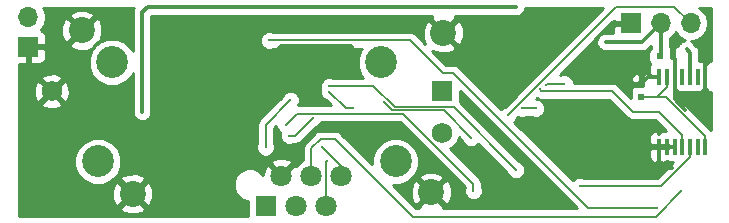
<source format=gbr>
G04 #@! TF.GenerationSoftware,KiCad,Pcbnew,5.0.2-bee76a0~70~ubuntu18.04.1*
G04 #@! TF.CreationDate,2019-02-02T17:17:24+01:00*
G04 #@! TF.ProjectId,roboy_sno,726f626f-795f-4736-9e6f-2e6b69636164,rev?*
G04 #@! TF.SameCoordinates,Original*
G04 #@! TF.FileFunction,Copper,L2,Bot*
G04 #@! TF.FilePolarity,Positive*
%FSLAX46Y46*%
G04 Gerber Fmt 4.6, Leading zero omitted, Abs format (unit mm)*
G04 Created by KiCad (PCBNEW 5.0.2-bee76a0~70~ubuntu18.04.1) date Sa 02 Feb 2019 17:17:24 CET*
%MOMM*%
%LPD*%
G01*
G04 APERTURE LIST*
G04 #@! TA.AperFunction,ComponentPad*
%ADD10R,1.750000X1.750000*%
G04 #@! TD*
G04 #@! TA.AperFunction,ComponentPad*
%ADD11C,1.750000*%
G04 #@! TD*
G04 #@! TA.AperFunction,ComponentPad*
%ADD12C,2.700000*%
G04 #@! TD*
G04 #@! TA.AperFunction,ComponentPad*
%ADD13O,1.700000X1.700000*%
G04 #@! TD*
G04 #@! TA.AperFunction,ComponentPad*
%ADD14R,1.700000X1.700000*%
G04 #@! TD*
G04 #@! TA.AperFunction,SMDPad,CuDef*
%ADD15R,0.500000X0.600000*%
G04 #@! TD*
G04 #@! TA.AperFunction,SMDPad,CuDef*
%ADD16R,0.600000X0.500000*%
G04 #@! TD*
G04 #@! TA.AperFunction,SMDPad,CuDef*
%ADD17R,0.450000X1.450000*%
G04 #@! TD*
G04 #@! TA.AperFunction,ComponentPad*
%ADD18C,1.800000*%
G04 #@! TD*
G04 #@! TA.AperFunction,ComponentPad*
%ADD19R,1.800000X1.800000*%
G04 #@! TD*
G04 #@! TA.AperFunction,ComponentPad*
%ADD20C,2.200000*%
G04 #@! TD*
G04 #@! TA.AperFunction,ViaPad*
%ADD21C,0.301000*%
G04 #@! TD*
G04 #@! TA.AperFunction,Conductor*
%ADD22C,0.300000*%
G04 #@! TD*
G04 #@! TA.AperFunction,Conductor*
%ADD23C,0.152400*%
G04 #@! TD*
G04 #@! TA.AperFunction,Conductor*
%ADD24C,0.254000*%
G04 #@! TD*
G04 APERTURE END LIST*
D10*
G04 #@! TO.P,RV1,1*
G04 #@! TO.N,3.3V*
X116500000Y-128750000D03*
D11*
G04 #@! TO.P,RV1,2*
G04 #@! TO.N,Net-(RV1-Pad2)*
X116500000Y-132250000D03*
G04 #@! TO.P,RV1,3*
G04 #@! TO.N,GND*
X83500000Y-128750000D03*
D12*
G04 #@! TO.P,RV1,MP*
G04 #@! TO.N,N/C*
X111400000Y-126300000D03*
X88600000Y-126300000D03*
X112600000Y-134700000D03*
X87400000Y-134700000D03*
G04 #@! TD*
D13*
G04 #@! TO.P,J5,2*
G04 #@! TO.N,VDD5V*
X81500000Y-122460000D03*
D14*
G04 #@! TO.P,J5,1*
G04 #@! TO.N,GND*
X81500000Y-125000000D03*
G04 #@! TD*
D15*
G04 #@! TO.P,C7,1*
G04 #@! TO.N,Net-(C7-Pad1)*
X133400000Y-129250000D03*
G04 #@! TO.P,C7,2*
G04 #@! TO.N,GND*
X133400000Y-128150000D03*
G04 #@! TD*
D16*
G04 #@! TO.P,C8,2*
G04 #@! TO.N,GND*
X136050000Y-125800000D03*
G04 #@! TO.P,C8,1*
G04 #@! TO.N,VDD5V*
X134950000Y-125800000D03*
G04 #@! TD*
D13*
G04 #@! TO.P,J2,3*
G04 #@! TO.N,PWM*
X137580000Y-123000000D03*
G04 #@! TO.P,J2,2*
G04 #@! TO.N,VDD5V*
X135040000Y-123000000D03*
D14*
G04 #@! TO.P,J2,1*
G04 #@! TO.N,GND*
X132500000Y-123000000D03*
G04 #@! TD*
D17*
G04 #@! TO.P,U4,1*
G04 #@! TO.N,GND*
X134930000Y-127540000D03*
G04 #@! TO.P,U4,2*
G04 #@! TO.N,Net-(C7-Pad1)*
X135580000Y-127540000D03*
G04 #@! TO.P,U4,3*
G04 #@! TO.N,GND*
X136230000Y-127540000D03*
G04 #@! TO.P,U4,4*
G04 #@! TO.N,Net-(U4-Pad4)*
X136880000Y-127540000D03*
G04 #@! TO.P,U4,5*
G04 #@! TO.N,VDD5V*
X137530000Y-127540000D03*
G04 #@! TO.P,U4,6*
G04 #@! TO.N,Net-(U4-Pad6)*
X138180000Y-127540000D03*
G04 #@! TO.P,U4,7*
G04 #@! TO.N,GND*
X138830000Y-127540000D03*
G04 #@! TO.P,U4,8*
G04 #@! TO.N,Net-(C7-Pad1)*
X138830000Y-133440000D03*
G04 #@! TO.P,U4,9*
G04 #@! TO.N,Net-(U4-Pad9)*
X138180000Y-133440000D03*
G04 #@! TO.P,U4,10*
G04 #@! TO.N,SDA*
X137530000Y-133440000D03*
G04 #@! TO.P,U4,11*
G04 #@! TO.N,SCL*
X136880000Y-133440000D03*
G04 #@! TO.P,U4,12*
G04 #@! TO.N,GND*
X136230000Y-133440000D03*
G04 #@! TO.P,U4,13*
X135580000Y-133440000D03*
G04 #@! TO.P,U4,14*
X134930000Y-133440000D03*
G04 #@! TD*
D18*
G04 #@! TO.P,J3,6*
G04 #@! TO.N,RTS*
X108020000Y-135920000D03*
G04 #@! TO.P,J3,5*
G04 #@! TO.N,DTR*
X106750000Y-138460000D03*
D19*
G04 #@! TO.P,J3,1*
G04 #@! TO.N,VDD5V*
X101670000Y-138460000D03*
D18*
G04 #@! TO.P,J3,2*
G04 #@! TO.N,GND*
X102940000Y-135920000D03*
G04 #@! TO.P,J3,3*
G04 #@! TO.N,TXD*
X104210000Y-138460000D03*
G04 #@! TO.P,J3,4*
G04 #@! TO.N,RXD*
X105480000Y-135920000D03*
G04 #@! TD*
D20*
G04 #@! TO.P,REF\002A\002A,1*
G04 #@! TO.N,GND*
X86040000Y-123600000D03*
G04 #@! TD*
G04 #@! TO.P,REF\002A\002A,1*
G04 #@! TO.N,GND*
X116640000Y-123800000D03*
G04 #@! TD*
G04 #@! TO.P,REF\002A\002A,1*
G04 #@! TO.N,GND*
X115620000Y-137310000D03*
G04 #@! TD*
G04 #@! TO.P,REF\002A\002A,1*
G04 #@! TO.N,GND*
X90330000Y-137440000D03*
G04 #@! TD*
D21*
G04 #@! TO.N,GND*
X105400000Y-124900000D03*
X108900000Y-125000000D03*
X102400000Y-125400000D03*
X99000000Y-124600000D03*
X134700000Y-134900000D03*
X122300000Y-138600000D03*
X124800000Y-135600000D03*
X136018065Y-135218065D03*
X138600000Y-125600000D03*
X137101765Y-130298235D03*
G04 #@! TO.N,VDD5V*
X91150000Y-130500000D03*
X137240000Y-125200000D03*
X130400000Y-124600000D03*
X122800000Y-121600000D03*
G04 #@! TO.N,GPIO0*
X103300000Y-131600000D03*
X119200000Y-137200000D03*
G04 #@! TO.N,RTS*
X101600000Y-133500000D03*
X103700000Y-129500000D03*
X106350000Y-133500000D03*
G04 #@! TO.N,Net-(Q1-Pad2)*
X103600000Y-132500000D03*
X105600000Y-131000000D03*
G04 #@! TO.N,RESET*
X106979751Y-128779751D03*
X109000000Y-130200000D03*
G04 #@! TO.N,DTR*
X106770000Y-134640000D03*
G04 #@! TO.N,Net-(RV1-Pad2)*
X123300000Y-130200000D03*
X124500000Y-130200000D03*
G04 #@! TO.N,PWM*
X122100000Y-130800000D03*
G04 #@! TO.N,SCL*
X124800000Y-128600000D03*
G04 #@! TO.N,SDA*
X128200000Y-136800000D03*
G04 #@! TO.N,RXD*
X136800000Y-137200000D03*
G04 #@! TO.N,ID0*
X101900000Y-124452900D03*
X134700000Y-138600000D03*
G04 #@! TO.N,ID1*
X107000000Y-128300000D03*
X122800000Y-135400000D03*
G04 #@! TO.N,ID2*
X125300000Y-128200000D03*
X126900000Y-128100000D03*
G04 #@! TO.N,ID3*
X111600000Y-129700000D03*
X119000000Y-132700000D03*
G04 #@! TD*
D22*
G04 #@! TO.N,GND*
X136230000Y-125980000D02*
X136230000Y-127540000D01*
X136050000Y-125800000D02*
X136230000Y-125980000D01*
X135580000Y-133440000D02*
X136230000Y-133440000D01*
X134010000Y-127540000D02*
X133400000Y-128150000D01*
X134930000Y-127540000D02*
X134010000Y-127540000D01*
X138830000Y-128565000D02*
X138495000Y-128900000D01*
X138830000Y-127540000D02*
X138830000Y-128565000D01*
X136230000Y-128565000D02*
X136230000Y-127540000D01*
X136565000Y-128900000D02*
X136230000Y-128565000D01*
X138495000Y-128900000D02*
X136565000Y-128900000D01*
X105400000Y-124900000D02*
X108800000Y-124900000D01*
X108800000Y-124900000D02*
X108900000Y-125000000D01*
X102900000Y-124900000D02*
X105400000Y-124900000D01*
X102400000Y-125400000D02*
X102900000Y-124900000D01*
X99800000Y-125400000D02*
X102400000Y-125400000D01*
X99000000Y-124600000D02*
X99800000Y-125400000D01*
X134930000Y-133440000D02*
X134930000Y-134670000D01*
X134930000Y-134670000D02*
X134700000Y-134900000D01*
X122300000Y-138600000D02*
X122600000Y-138600000D01*
X122600000Y-138600000D02*
X124800000Y-136400000D01*
X124800000Y-136400000D02*
X124800000Y-135600000D01*
X135018065Y-135218065D02*
X134700000Y-134900000D01*
X136018065Y-135218065D02*
X135018065Y-135218065D01*
X138830000Y-127540000D02*
X138830000Y-125830000D01*
X138830000Y-125830000D02*
X138600000Y-125600000D01*
X136230000Y-127540000D02*
X136230000Y-129426470D01*
X136230000Y-129426470D02*
X137101765Y-130298235D01*
X132500000Y-123000000D02*
X131350000Y-123000000D01*
X131350000Y-123000000D02*
X130900000Y-123000000D01*
X130900000Y-123000000D02*
X129600000Y-124300000D01*
G04 #@! TO.N,VDD5V*
X137530000Y-125490000D02*
X137530000Y-127540000D01*
X137240000Y-125200000D02*
X137530000Y-125490000D01*
X135040000Y-125710000D02*
X134950000Y-125800000D01*
X135040000Y-123000000D02*
X135040000Y-125710000D01*
X133440000Y-124600000D02*
X135040000Y-123000000D01*
X130400000Y-124600000D02*
X133440000Y-124600000D01*
X91150000Y-130500000D02*
X91150000Y-122050000D01*
X91150000Y-122050000D02*
X91600000Y-121600000D01*
X91600000Y-121600000D02*
X122800000Y-121600000D01*
D23*
G04 #@! TO.N,GPIO0*
X104246701Y-130653299D02*
X113253299Y-130653299D01*
X103300000Y-131600000D02*
X104246701Y-130653299D01*
X119200000Y-136600000D02*
X119200000Y-137200000D01*
X113253299Y-130653299D02*
X119200000Y-136600000D01*
G04 #@! TO.N,RTS*
X108310000Y-135460000D02*
X106350000Y-133500000D01*
X101600000Y-131600000D02*
X101600000Y-133500000D01*
X103700000Y-129500000D02*
X101600000Y-131600000D01*
G04 #@! TO.N,Net-(Q1-Pad2)*
X104100000Y-132500000D02*
X105600000Y-131000000D01*
X103600000Y-132500000D02*
X104100000Y-132500000D01*
G04 #@! TO.N,RESET*
X106979751Y-128779751D02*
X108400000Y-130200000D01*
X108400000Y-130200000D02*
X109000000Y-130200000D01*
G04 #@! TO.N,DTR*
X106750000Y-138460000D02*
X106750000Y-134660000D01*
X106750000Y-134660000D02*
X106770000Y-134640000D01*
G04 #@! TO.N,Net-(RV1-Pad2)*
X123300000Y-130200000D02*
X124500000Y-130200000D01*
G04 #@! TO.N,PWM*
X136180000Y-121600000D02*
X137580000Y-123000000D01*
X122100000Y-130800000D02*
X131300000Y-121600000D01*
X131300000Y-121600000D02*
X136180000Y-121600000D01*
G04 #@! TO.N,Net-(C7-Pad1)*
X135580000Y-128417400D02*
X135580000Y-127540000D01*
X134747400Y-129250000D02*
X135580000Y-128417400D01*
X133400000Y-129250000D02*
X134747400Y-129250000D01*
X138830000Y-132562600D02*
X138830000Y-133440000D01*
X135517400Y-129250000D02*
X138830000Y-132562600D01*
X134747400Y-129250000D02*
X135517400Y-129250000D01*
G04 #@! TO.N,SCL*
X124950499Y-128750499D02*
X130950499Y-128750499D01*
X124800000Y-128600000D02*
X124950499Y-128750499D01*
X130950499Y-128750499D02*
X132700000Y-130500000D01*
X132700000Y-130500000D02*
X134900000Y-130500000D01*
X136880000Y-132480000D02*
X136880000Y-133440000D01*
X134900000Y-130500000D02*
X136880000Y-132480000D01*
G04 #@! TO.N,SDA*
X137530000Y-133440000D02*
X137530000Y-134317400D01*
X135047400Y-136800000D02*
X128200000Y-136800000D01*
X137530000Y-134317400D02*
X135047400Y-136800000D01*
G04 #@! TO.N,RXD*
X114050000Y-139380000D02*
X134620000Y-139380000D01*
X134620000Y-139380000D02*
X136800000Y-137200000D01*
X105480000Y-135920000D02*
X105480000Y-133570000D01*
X105480000Y-133570000D02*
X106260000Y-132790000D01*
X106260000Y-132790000D02*
X107460000Y-132790000D01*
X107460000Y-132790000D02*
X114050000Y-139380000D01*
G04 #@! TO.N,ID0*
X101900000Y-124452900D02*
X113852900Y-124452900D01*
X113852900Y-124452900D02*
X116600000Y-127200000D01*
X116600000Y-127200000D02*
X117111482Y-127200000D01*
X117111482Y-127200000D02*
X117500000Y-127200000D01*
X117500000Y-127200000D02*
X128900000Y-138600000D01*
X128900000Y-138600000D02*
X134700000Y-138600000D01*
G04 #@! TO.N,ID1*
X117508479Y-130108479D02*
X122800000Y-135400000D01*
X112521597Y-130108479D02*
X117508479Y-130108479D01*
X107000000Y-128300000D02*
X110713118Y-128300000D01*
X110713118Y-128300000D02*
X112521597Y-130108479D01*
G04 #@! TO.N,ID2*
X125400000Y-128100000D02*
X125300000Y-128200000D01*
X126900000Y-128100000D02*
X125400000Y-128100000D01*
G04 #@! TO.N,ID3*
X116680889Y-130380889D02*
X119000000Y-132700000D01*
X111600000Y-129700000D02*
X112280889Y-130380889D01*
X112280889Y-130380889D02*
X116680889Y-130380889D01*
G04 #@! TD*
D24*
G04 #@! TO.N,GND*
G36*
X90410546Y-121743709D02*
X90349622Y-122050000D01*
X90365001Y-122127317D01*
X90365001Y-125374035D01*
X90282801Y-125175588D01*
X89724412Y-124617199D01*
X88994841Y-124315000D01*
X88205159Y-124315000D01*
X87475588Y-124617199D01*
X87356198Y-124736590D01*
X87264870Y-124645262D01*
X87542099Y-124534359D01*
X87785323Y-123888407D01*
X87762836Y-123198547D01*
X87542099Y-122665641D01*
X87264868Y-122554737D01*
X86219605Y-123600000D01*
X86233748Y-123614143D01*
X86054143Y-123793748D01*
X86040000Y-123779605D01*
X84994737Y-124824868D01*
X85105641Y-125102099D01*
X85751593Y-125345323D01*
X86441453Y-125322836D01*
X86974359Y-125102099D01*
X87085262Y-124824870D01*
X87176590Y-124916198D01*
X86917199Y-125175588D01*
X86615000Y-125905159D01*
X86615000Y-126694841D01*
X86917199Y-127424412D01*
X87475588Y-127982801D01*
X88205159Y-128285000D01*
X88994841Y-128285000D01*
X89724412Y-127982801D01*
X90282801Y-127424412D01*
X90365000Y-127225966D01*
X90365000Y-130342547D01*
X90364500Y-130343754D01*
X90364500Y-130656246D01*
X90395667Y-130731491D01*
X90410546Y-130806291D01*
X90452917Y-130869703D01*
X90484085Y-130944950D01*
X90541677Y-131002542D01*
X90584047Y-131065953D01*
X90647458Y-131108323D01*
X90705050Y-131165915D01*
X90780295Y-131197082D01*
X90843708Y-131239454D01*
X90918510Y-131254333D01*
X90993754Y-131285500D01*
X91075198Y-131285500D01*
X91150000Y-131300379D01*
X91224802Y-131285500D01*
X91306246Y-131285500D01*
X91381491Y-131254333D01*
X91456291Y-131239454D01*
X91519703Y-131197083D01*
X91594950Y-131165915D01*
X91652542Y-131108323D01*
X91715953Y-131065953D01*
X91758323Y-131002542D01*
X91815915Y-130944950D01*
X91847082Y-130869705D01*
X91889454Y-130806292D01*
X91904333Y-130731490D01*
X91935500Y-130656246D01*
X91935500Y-130343754D01*
X91935000Y-130342547D01*
X91935000Y-122385000D01*
X115670798Y-122385000D01*
X115594737Y-122575132D01*
X116640000Y-123620395D01*
X117685263Y-122575132D01*
X117609202Y-122385000D01*
X122642547Y-122385000D01*
X122643754Y-122385500D01*
X122956246Y-122385500D01*
X123031490Y-122354333D01*
X123106292Y-122339454D01*
X123169705Y-122297082D01*
X123244950Y-122265915D01*
X123302542Y-122208323D01*
X123365953Y-122165953D01*
X123408323Y-122102542D01*
X123465915Y-122044950D01*
X123497082Y-121969705D01*
X123539454Y-121906292D01*
X123554333Y-121831490D01*
X123585500Y-121756246D01*
X123585500Y-121710000D01*
X130184211Y-121710000D01*
X121834427Y-130059784D01*
X121655050Y-130134085D01*
X121547462Y-130241673D01*
X118052423Y-126746635D01*
X118012746Y-126687254D01*
X117777496Y-126530064D01*
X117570046Y-126488800D01*
X117570041Y-126488800D01*
X117500000Y-126474868D01*
X117429959Y-126488800D01*
X116894589Y-126488800D01*
X115709244Y-125303456D01*
X116351593Y-125545323D01*
X117041453Y-125522836D01*
X117574359Y-125302099D01*
X117685263Y-125024868D01*
X116640000Y-123979605D01*
X116625858Y-123993748D01*
X116446253Y-123814143D01*
X116460395Y-123800000D01*
X116819605Y-123800000D01*
X117864868Y-124845263D01*
X118142099Y-124734359D01*
X118385323Y-124088407D01*
X118362836Y-123398547D01*
X118142099Y-122865641D01*
X117864868Y-122754737D01*
X116819605Y-123800000D01*
X116460395Y-123800000D01*
X115415132Y-122754737D01*
X115137901Y-122865641D01*
X114894677Y-123511593D01*
X114917164Y-124201453D01*
X115136313Y-124730524D01*
X114405324Y-123999536D01*
X114365646Y-123940154D01*
X114130396Y-123782964D01*
X113922946Y-123741700D01*
X113922941Y-123741700D01*
X113852900Y-123727768D01*
X113782859Y-123741700D01*
X102235622Y-123741700D01*
X102056246Y-123667400D01*
X101743754Y-123667400D01*
X101455050Y-123786985D01*
X101234085Y-124007950D01*
X101114500Y-124296654D01*
X101114500Y-124609146D01*
X101234085Y-124897850D01*
X101455050Y-125118815D01*
X101743754Y-125238400D01*
X102056246Y-125238400D01*
X102235622Y-125164100D01*
X109728687Y-125164100D01*
X109717199Y-125175588D01*
X109415000Y-125905159D01*
X109415000Y-126694841D01*
X109717199Y-127424412D01*
X109881587Y-127588800D01*
X107335622Y-127588800D01*
X107156246Y-127514500D01*
X106843754Y-127514500D01*
X106555050Y-127634085D01*
X106334085Y-127855050D01*
X106214500Y-128143754D01*
X106214500Y-128456246D01*
X106239016Y-128515433D01*
X106194251Y-128623505D01*
X106194251Y-128935997D01*
X106313836Y-129224701D01*
X106534801Y-129445666D01*
X106714178Y-129519966D01*
X107136311Y-129942099D01*
X104367096Y-129942099D01*
X104485500Y-129656246D01*
X104485500Y-129343754D01*
X104365915Y-129055050D01*
X104144950Y-128834085D01*
X103856246Y-128714500D01*
X103543754Y-128714500D01*
X103255050Y-128834085D01*
X103034085Y-129055050D01*
X102959785Y-129234426D01*
X101146634Y-131047578D01*
X101087254Y-131087255D01*
X101047578Y-131146634D01*
X101047576Y-131146636D01*
X101004436Y-131211200D01*
X100930064Y-131322505D01*
X100888800Y-131529955D01*
X100888800Y-131529959D01*
X100874868Y-131600000D01*
X100888800Y-131670042D01*
X100888801Y-133164376D01*
X100814500Y-133343754D01*
X100814500Y-133656246D01*
X100934085Y-133944950D01*
X101155050Y-134165915D01*
X101443754Y-134285500D01*
X101756246Y-134285500D01*
X102044950Y-134165915D01*
X102265915Y-133944950D01*
X102385500Y-133656246D01*
X102385500Y-133343754D01*
X102311200Y-133164378D01*
X102311200Y-131894588D01*
X102514500Y-131691288D01*
X102514500Y-131756246D01*
X102634085Y-132044950D01*
X102849175Y-132260040D01*
X102814500Y-132343754D01*
X102814500Y-132656246D01*
X102934085Y-132944950D01*
X103155050Y-133165915D01*
X103443754Y-133285500D01*
X103756246Y-133285500D01*
X103935622Y-133211200D01*
X104029959Y-133211200D01*
X104100000Y-133225132D01*
X104170041Y-133211200D01*
X104170046Y-133211200D01*
X104377496Y-133169936D01*
X104612746Y-133012746D01*
X104652424Y-132953364D01*
X105865574Y-131740215D01*
X106044950Y-131665915D01*
X106265915Y-131444950D01*
X106299239Y-131364499D01*
X112958711Y-131364499D01*
X118479951Y-136885740D01*
X118414500Y-137043754D01*
X118414500Y-137356246D01*
X118534085Y-137644950D01*
X118755050Y-137865915D01*
X119043754Y-137985500D01*
X119356246Y-137985500D01*
X119644950Y-137865915D01*
X119865915Y-137644950D01*
X119985500Y-137356246D01*
X119985500Y-137043754D01*
X119911200Y-136864378D01*
X119911200Y-136670041D01*
X119925132Y-136599999D01*
X119911200Y-136529955D01*
X119911200Y-136529954D01*
X119869936Y-136322504D01*
X119869935Y-136322502D01*
X119752424Y-136146635D01*
X119752420Y-136146631D01*
X119712745Y-136087254D01*
X119653369Y-136047580D01*
X117200178Y-133594389D01*
X117355346Y-133530116D01*
X117780116Y-133105346D01*
X117961546Y-132667335D01*
X118259785Y-132965574D01*
X118334085Y-133144950D01*
X118555050Y-133365915D01*
X118843754Y-133485500D01*
X119156246Y-133485500D01*
X119444950Y-133365915D01*
X119602538Y-133208327D01*
X122059785Y-135665574D01*
X122134085Y-135844950D01*
X122355050Y-136065915D01*
X122643754Y-136185500D01*
X122956246Y-136185500D01*
X123244950Y-136065915D01*
X123465915Y-135844950D01*
X123585500Y-135556246D01*
X123585500Y-135243754D01*
X123465915Y-134955050D01*
X123244950Y-134734085D01*
X123065574Y-134659785D01*
X118060902Y-129655114D01*
X118022440Y-129597551D01*
X118022440Y-128728228D01*
X127963011Y-138668800D01*
X116611685Y-138668800D01*
X116665263Y-138534868D01*
X115620000Y-137489605D01*
X114574737Y-138534868D01*
X114628315Y-138668800D01*
X114344589Y-138668800D01*
X112697382Y-137021593D01*
X113874677Y-137021593D01*
X113897164Y-137711453D01*
X114117901Y-138244359D01*
X114395132Y-138355263D01*
X115440395Y-137310000D01*
X115799605Y-137310000D01*
X116844868Y-138355263D01*
X117122099Y-138244359D01*
X117365323Y-137598407D01*
X117342836Y-136908547D01*
X117122099Y-136375641D01*
X116844868Y-136264737D01*
X115799605Y-137310000D01*
X115440395Y-137310000D01*
X114395132Y-136264737D01*
X114117901Y-136375641D01*
X113874677Y-137021593D01*
X112697382Y-137021593D01*
X112360789Y-136685000D01*
X112994841Y-136685000D01*
X113724412Y-136382801D01*
X114022081Y-136085132D01*
X114574737Y-136085132D01*
X115620000Y-137130395D01*
X116665263Y-136085132D01*
X116554359Y-135807901D01*
X115908407Y-135564677D01*
X115218547Y-135587164D01*
X114685641Y-135807901D01*
X114574737Y-136085132D01*
X114022081Y-136085132D01*
X114282801Y-135824412D01*
X114585000Y-135094841D01*
X114585000Y-134305159D01*
X114282801Y-133575588D01*
X113724412Y-133017199D01*
X112994841Y-132715000D01*
X112205159Y-132715000D01*
X111475588Y-133017199D01*
X110917199Y-133575588D01*
X110615000Y-134305159D01*
X110615000Y-134939212D01*
X108012424Y-132336636D01*
X107972746Y-132277254D01*
X107737496Y-132120064D01*
X107530046Y-132078800D01*
X107530041Y-132078800D01*
X107460000Y-132064868D01*
X107389959Y-132078800D01*
X106330042Y-132078800D01*
X106260000Y-132064868D01*
X106189958Y-132078800D01*
X106189954Y-132078800D01*
X105982504Y-132120064D01*
X105982502Y-132120065D01*
X105982503Y-132120065D01*
X105806635Y-132237576D01*
X105806633Y-132237578D01*
X105747254Y-132277254D01*
X105707578Y-132336633D01*
X105026634Y-133017578D01*
X104967255Y-133057254D01*
X104927579Y-133116633D01*
X104927576Y-133116636D01*
X104810065Y-133292504D01*
X104754868Y-133570000D01*
X104768801Y-133640046D01*
X104768801Y-134553117D01*
X104610493Y-134618690D01*
X104178690Y-135050493D01*
X104170562Y-135070115D01*
X104020159Y-135019446D01*
X103119605Y-135920000D01*
X103133748Y-135934143D01*
X102954143Y-136113748D01*
X102940000Y-136099605D01*
X102925858Y-136113748D01*
X102746253Y-135934143D01*
X102760395Y-135920000D01*
X101859841Y-135019446D01*
X101603357Y-135105852D01*
X101393542Y-135679336D01*
X101399917Y-135831160D01*
X101054568Y-135485811D01*
X100545504Y-135274950D01*
X99994496Y-135274950D01*
X99485432Y-135485811D01*
X99095811Y-135875432D01*
X98884950Y-136384496D01*
X98884950Y-136935504D01*
X99095811Y-137444568D01*
X99485432Y-137834189D01*
X99994496Y-138045050D01*
X100122560Y-138045050D01*
X100122560Y-139290000D01*
X80710000Y-139290000D01*
X80710000Y-138664868D01*
X89284737Y-138664868D01*
X89395641Y-138942099D01*
X90041593Y-139185323D01*
X90731453Y-139162836D01*
X91264359Y-138942099D01*
X91375263Y-138664868D01*
X90330000Y-137619605D01*
X89284737Y-138664868D01*
X80710000Y-138664868D01*
X80710000Y-137151593D01*
X88584677Y-137151593D01*
X88607164Y-137841453D01*
X88827901Y-138374359D01*
X89105132Y-138485263D01*
X90150395Y-137440000D01*
X90509605Y-137440000D01*
X91554868Y-138485263D01*
X91832099Y-138374359D01*
X92075323Y-137728407D01*
X92052836Y-137038547D01*
X91832099Y-136505641D01*
X91554868Y-136394737D01*
X90509605Y-137440000D01*
X90150395Y-137440000D01*
X89105132Y-136394737D01*
X88827901Y-136505641D01*
X88584677Y-137151593D01*
X80710000Y-137151593D01*
X80710000Y-134305159D01*
X85415000Y-134305159D01*
X85415000Y-135094841D01*
X85717199Y-135824412D01*
X86275588Y-136382801D01*
X87005159Y-136685000D01*
X87794841Y-136685000D01*
X88524412Y-136382801D01*
X88692081Y-136215132D01*
X89284737Y-136215132D01*
X90330000Y-137260395D01*
X91375263Y-136215132D01*
X91264359Y-135937901D01*
X90618407Y-135694677D01*
X89928547Y-135717164D01*
X89395641Y-135937901D01*
X89284737Y-136215132D01*
X88692081Y-136215132D01*
X89082801Y-135824412D01*
X89385000Y-135094841D01*
X89385000Y-134839841D01*
X102039446Y-134839841D01*
X102940000Y-135740395D01*
X103840554Y-134839841D01*
X103754148Y-134583357D01*
X103180664Y-134373542D01*
X102570540Y-134399161D01*
X102125852Y-134583357D01*
X102039446Y-134839841D01*
X89385000Y-134839841D01*
X89385000Y-134305159D01*
X89082801Y-133575588D01*
X88524412Y-133017199D01*
X87794841Y-132715000D01*
X87005159Y-132715000D01*
X86275588Y-133017199D01*
X85717199Y-133575588D01*
X85415000Y-134305159D01*
X80710000Y-134305159D01*
X80710000Y-129812060D01*
X82617545Y-129812060D01*
X82700884Y-130065953D01*
X83265306Y-130271590D01*
X83865458Y-130245579D01*
X84299116Y-130065953D01*
X84382455Y-129812060D01*
X83500000Y-128929605D01*
X82617545Y-129812060D01*
X80710000Y-129812060D01*
X80710000Y-128515306D01*
X81978410Y-128515306D01*
X82004421Y-129115458D01*
X82184047Y-129549116D01*
X82437940Y-129632455D01*
X83320395Y-128750000D01*
X83679605Y-128750000D01*
X84562060Y-129632455D01*
X84815953Y-129549116D01*
X85021590Y-128984694D01*
X84995579Y-128384542D01*
X84815953Y-127950884D01*
X84562060Y-127867545D01*
X83679605Y-128750000D01*
X83320395Y-128750000D01*
X82437940Y-127867545D01*
X82184047Y-127950884D01*
X81978410Y-128515306D01*
X80710000Y-128515306D01*
X80710000Y-127687940D01*
X82617545Y-127687940D01*
X83500000Y-128570395D01*
X84382455Y-127687940D01*
X84299116Y-127434047D01*
X83734694Y-127228410D01*
X83134542Y-127254421D01*
X82700884Y-127434047D01*
X82617545Y-127687940D01*
X80710000Y-127687940D01*
X80710000Y-126485000D01*
X81214250Y-126485000D01*
X81373000Y-126326250D01*
X81373000Y-125127000D01*
X81627000Y-125127000D01*
X81627000Y-126326250D01*
X81785750Y-126485000D01*
X82476309Y-126485000D01*
X82709698Y-126388327D01*
X82888327Y-126209699D01*
X82985000Y-125976310D01*
X82985000Y-125285750D01*
X82826250Y-125127000D01*
X81627000Y-125127000D01*
X81373000Y-125127000D01*
X81353000Y-125127000D01*
X81353000Y-124873000D01*
X81373000Y-124873000D01*
X81373000Y-124853000D01*
X81627000Y-124853000D01*
X81627000Y-124873000D01*
X82826250Y-124873000D01*
X82985000Y-124714250D01*
X82985000Y-124023690D01*
X82888327Y-123790301D01*
X82709698Y-123611673D01*
X82548967Y-123545096D01*
X82570625Y-123530625D01*
X82716977Y-123311593D01*
X84294677Y-123311593D01*
X84317164Y-124001453D01*
X84537901Y-124534359D01*
X84815132Y-124645263D01*
X85860395Y-123600000D01*
X84815132Y-122554737D01*
X84537901Y-122665641D01*
X84294677Y-123311593D01*
X82716977Y-123311593D01*
X82898839Y-123039418D01*
X83014092Y-122460000D01*
X82997211Y-122375132D01*
X84994737Y-122375132D01*
X86040000Y-123420395D01*
X87085263Y-122375132D01*
X86974359Y-122097901D01*
X86328407Y-121854677D01*
X85638547Y-121877164D01*
X85105641Y-122097901D01*
X84994737Y-122375132D01*
X82997211Y-122375132D01*
X82898839Y-121880582D01*
X82784860Y-121710000D01*
X90433070Y-121710000D01*
X90410546Y-121743709D01*
X90410546Y-121743709D01*
G37*
X90410546Y-121743709D02*
X90349622Y-122050000D01*
X90365001Y-122127317D01*
X90365001Y-125374035D01*
X90282801Y-125175588D01*
X89724412Y-124617199D01*
X88994841Y-124315000D01*
X88205159Y-124315000D01*
X87475588Y-124617199D01*
X87356198Y-124736590D01*
X87264870Y-124645262D01*
X87542099Y-124534359D01*
X87785323Y-123888407D01*
X87762836Y-123198547D01*
X87542099Y-122665641D01*
X87264868Y-122554737D01*
X86219605Y-123600000D01*
X86233748Y-123614143D01*
X86054143Y-123793748D01*
X86040000Y-123779605D01*
X84994737Y-124824868D01*
X85105641Y-125102099D01*
X85751593Y-125345323D01*
X86441453Y-125322836D01*
X86974359Y-125102099D01*
X87085262Y-124824870D01*
X87176590Y-124916198D01*
X86917199Y-125175588D01*
X86615000Y-125905159D01*
X86615000Y-126694841D01*
X86917199Y-127424412D01*
X87475588Y-127982801D01*
X88205159Y-128285000D01*
X88994841Y-128285000D01*
X89724412Y-127982801D01*
X90282801Y-127424412D01*
X90365000Y-127225966D01*
X90365000Y-130342547D01*
X90364500Y-130343754D01*
X90364500Y-130656246D01*
X90395667Y-130731491D01*
X90410546Y-130806291D01*
X90452917Y-130869703D01*
X90484085Y-130944950D01*
X90541677Y-131002542D01*
X90584047Y-131065953D01*
X90647458Y-131108323D01*
X90705050Y-131165915D01*
X90780295Y-131197082D01*
X90843708Y-131239454D01*
X90918510Y-131254333D01*
X90993754Y-131285500D01*
X91075198Y-131285500D01*
X91150000Y-131300379D01*
X91224802Y-131285500D01*
X91306246Y-131285500D01*
X91381491Y-131254333D01*
X91456291Y-131239454D01*
X91519703Y-131197083D01*
X91594950Y-131165915D01*
X91652542Y-131108323D01*
X91715953Y-131065953D01*
X91758323Y-131002542D01*
X91815915Y-130944950D01*
X91847082Y-130869705D01*
X91889454Y-130806292D01*
X91904333Y-130731490D01*
X91935500Y-130656246D01*
X91935500Y-130343754D01*
X91935000Y-130342547D01*
X91935000Y-122385000D01*
X115670798Y-122385000D01*
X115594737Y-122575132D01*
X116640000Y-123620395D01*
X117685263Y-122575132D01*
X117609202Y-122385000D01*
X122642547Y-122385000D01*
X122643754Y-122385500D01*
X122956246Y-122385500D01*
X123031490Y-122354333D01*
X123106292Y-122339454D01*
X123169705Y-122297082D01*
X123244950Y-122265915D01*
X123302542Y-122208323D01*
X123365953Y-122165953D01*
X123408323Y-122102542D01*
X123465915Y-122044950D01*
X123497082Y-121969705D01*
X123539454Y-121906292D01*
X123554333Y-121831490D01*
X123585500Y-121756246D01*
X123585500Y-121710000D01*
X130184211Y-121710000D01*
X121834427Y-130059784D01*
X121655050Y-130134085D01*
X121547462Y-130241673D01*
X118052423Y-126746635D01*
X118012746Y-126687254D01*
X117777496Y-126530064D01*
X117570046Y-126488800D01*
X117570041Y-126488800D01*
X117500000Y-126474868D01*
X117429959Y-126488800D01*
X116894589Y-126488800D01*
X115709244Y-125303456D01*
X116351593Y-125545323D01*
X117041453Y-125522836D01*
X117574359Y-125302099D01*
X117685263Y-125024868D01*
X116640000Y-123979605D01*
X116625858Y-123993748D01*
X116446253Y-123814143D01*
X116460395Y-123800000D01*
X116819605Y-123800000D01*
X117864868Y-124845263D01*
X118142099Y-124734359D01*
X118385323Y-124088407D01*
X118362836Y-123398547D01*
X118142099Y-122865641D01*
X117864868Y-122754737D01*
X116819605Y-123800000D01*
X116460395Y-123800000D01*
X115415132Y-122754737D01*
X115137901Y-122865641D01*
X114894677Y-123511593D01*
X114917164Y-124201453D01*
X115136313Y-124730524D01*
X114405324Y-123999536D01*
X114365646Y-123940154D01*
X114130396Y-123782964D01*
X113922946Y-123741700D01*
X113922941Y-123741700D01*
X113852900Y-123727768D01*
X113782859Y-123741700D01*
X102235622Y-123741700D01*
X102056246Y-123667400D01*
X101743754Y-123667400D01*
X101455050Y-123786985D01*
X101234085Y-124007950D01*
X101114500Y-124296654D01*
X101114500Y-124609146D01*
X101234085Y-124897850D01*
X101455050Y-125118815D01*
X101743754Y-125238400D01*
X102056246Y-125238400D01*
X102235622Y-125164100D01*
X109728687Y-125164100D01*
X109717199Y-125175588D01*
X109415000Y-125905159D01*
X109415000Y-126694841D01*
X109717199Y-127424412D01*
X109881587Y-127588800D01*
X107335622Y-127588800D01*
X107156246Y-127514500D01*
X106843754Y-127514500D01*
X106555050Y-127634085D01*
X106334085Y-127855050D01*
X106214500Y-128143754D01*
X106214500Y-128456246D01*
X106239016Y-128515433D01*
X106194251Y-128623505D01*
X106194251Y-128935997D01*
X106313836Y-129224701D01*
X106534801Y-129445666D01*
X106714178Y-129519966D01*
X107136311Y-129942099D01*
X104367096Y-129942099D01*
X104485500Y-129656246D01*
X104485500Y-129343754D01*
X104365915Y-129055050D01*
X104144950Y-128834085D01*
X103856246Y-128714500D01*
X103543754Y-128714500D01*
X103255050Y-128834085D01*
X103034085Y-129055050D01*
X102959785Y-129234426D01*
X101146634Y-131047578D01*
X101087254Y-131087255D01*
X101047578Y-131146634D01*
X101047576Y-131146636D01*
X101004436Y-131211200D01*
X100930064Y-131322505D01*
X100888800Y-131529955D01*
X100888800Y-131529959D01*
X100874868Y-131600000D01*
X100888800Y-131670042D01*
X100888801Y-133164376D01*
X100814500Y-133343754D01*
X100814500Y-133656246D01*
X100934085Y-133944950D01*
X101155050Y-134165915D01*
X101443754Y-134285500D01*
X101756246Y-134285500D01*
X102044950Y-134165915D01*
X102265915Y-133944950D01*
X102385500Y-133656246D01*
X102385500Y-133343754D01*
X102311200Y-133164378D01*
X102311200Y-131894588D01*
X102514500Y-131691288D01*
X102514500Y-131756246D01*
X102634085Y-132044950D01*
X102849175Y-132260040D01*
X102814500Y-132343754D01*
X102814500Y-132656246D01*
X102934085Y-132944950D01*
X103155050Y-133165915D01*
X103443754Y-133285500D01*
X103756246Y-133285500D01*
X103935622Y-133211200D01*
X104029959Y-133211200D01*
X104100000Y-133225132D01*
X104170041Y-133211200D01*
X104170046Y-133211200D01*
X104377496Y-133169936D01*
X104612746Y-133012746D01*
X104652424Y-132953364D01*
X105865574Y-131740215D01*
X106044950Y-131665915D01*
X106265915Y-131444950D01*
X106299239Y-131364499D01*
X112958711Y-131364499D01*
X118479951Y-136885740D01*
X118414500Y-137043754D01*
X118414500Y-137356246D01*
X118534085Y-137644950D01*
X118755050Y-137865915D01*
X119043754Y-137985500D01*
X119356246Y-137985500D01*
X119644950Y-137865915D01*
X119865915Y-137644950D01*
X119985500Y-137356246D01*
X119985500Y-137043754D01*
X119911200Y-136864378D01*
X119911200Y-136670041D01*
X119925132Y-136599999D01*
X119911200Y-136529955D01*
X119911200Y-136529954D01*
X119869936Y-136322504D01*
X119869935Y-136322502D01*
X119752424Y-136146635D01*
X119752420Y-136146631D01*
X119712745Y-136087254D01*
X119653369Y-136047580D01*
X117200178Y-133594389D01*
X117355346Y-133530116D01*
X117780116Y-133105346D01*
X117961546Y-132667335D01*
X118259785Y-132965574D01*
X118334085Y-133144950D01*
X118555050Y-133365915D01*
X118843754Y-133485500D01*
X119156246Y-133485500D01*
X119444950Y-133365915D01*
X119602538Y-133208327D01*
X122059785Y-135665574D01*
X122134085Y-135844950D01*
X122355050Y-136065915D01*
X122643754Y-136185500D01*
X122956246Y-136185500D01*
X123244950Y-136065915D01*
X123465915Y-135844950D01*
X123585500Y-135556246D01*
X123585500Y-135243754D01*
X123465915Y-134955050D01*
X123244950Y-134734085D01*
X123065574Y-134659785D01*
X118060902Y-129655114D01*
X118022440Y-129597551D01*
X118022440Y-128728228D01*
X127963011Y-138668800D01*
X116611685Y-138668800D01*
X116665263Y-138534868D01*
X115620000Y-137489605D01*
X114574737Y-138534868D01*
X114628315Y-138668800D01*
X114344589Y-138668800D01*
X112697382Y-137021593D01*
X113874677Y-137021593D01*
X113897164Y-137711453D01*
X114117901Y-138244359D01*
X114395132Y-138355263D01*
X115440395Y-137310000D01*
X115799605Y-137310000D01*
X116844868Y-138355263D01*
X117122099Y-138244359D01*
X117365323Y-137598407D01*
X117342836Y-136908547D01*
X117122099Y-136375641D01*
X116844868Y-136264737D01*
X115799605Y-137310000D01*
X115440395Y-137310000D01*
X114395132Y-136264737D01*
X114117901Y-136375641D01*
X113874677Y-137021593D01*
X112697382Y-137021593D01*
X112360789Y-136685000D01*
X112994841Y-136685000D01*
X113724412Y-136382801D01*
X114022081Y-136085132D01*
X114574737Y-136085132D01*
X115620000Y-137130395D01*
X116665263Y-136085132D01*
X116554359Y-135807901D01*
X115908407Y-135564677D01*
X115218547Y-135587164D01*
X114685641Y-135807901D01*
X114574737Y-136085132D01*
X114022081Y-136085132D01*
X114282801Y-135824412D01*
X114585000Y-135094841D01*
X114585000Y-134305159D01*
X114282801Y-133575588D01*
X113724412Y-133017199D01*
X112994841Y-132715000D01*
X112205159Y-132715000D01*
X111475588Y-133017199D01*
X110917199Y-133575588D01*
X110615000Y-134305159D01*
X110615000Y-134939212D01*
X108012424Y-132336636D01*
X107972746Y-132277254D01*
X107737496Y-132120064D01*
X107530046Y-132078800D01*
X107530041Y-132078800D01*
X107460000Y-132064868D01*
X107389959Y-132078800D01*
X106330042Y-132078800D01*
X106260000Y-132064868D01*
X106189958Y-132078800D01*
X106189954Y-132078800D01*
X105982504Y-132120064D01*
X105982502Y-132120065D01*
X105982503Y-132120065D01*
X105806635Y-132237576D01*
X105806633Y-132237578D01*
X105747254Y-132277254D01*
X105707578Y-132336633D01*
X105026634Y-133017578D01*
X104967255Y-133057254D01*
X104927579Y-133116633D01*
X104927576Y-133116636D01*
X104810065Y-133292504D01*
X104754868Y-133570000D01*
X104768801Y-133640046D01*
X104768801Y-134553117D01*
X104610493Y-134618690D01*
X104178690Y-135050493D01*
X104170562Y-135070115D01*
X104020159Y-135019446D01*
X103119605Y-135920000D01*
X103133748Y-135934143D01*
X102954143Y-136113748D01*
X102940000Y-136099605D01*
X102925858Y-136113748D01*
X102746253Y-135934143D01*
X102760395Y-135920000D01*
X101859841Y-135019446D01*
X101603357Y-135105852D01*
X101393542Y-135679336D01*
X101399917Y-135831160D01*
X101054568Y-135485811D01*
X100545504Y-135274950D01*
X99994496Y-135274950D01*
X99485432Y-135485811D01*
X99095811Y-135875432D01*
X98884950Y-136384496D01*
X98884950Y-136935504D01*
X99095811Y-137444568D01*
X99485432Y-137834189D01*
X99994496Y-138045050D01*
X100122560Y-138045050D01*
X100122560Y-139290000D01*
X80710000Y-139290000D01*
X80710000Y-138664868D01*
X89284737Y-138664868D01*
X89395641Y-138942099D01*
X90041593Y-139185323D01*
X90731453Y-139162836D01*
X91264359Y-138942099D01*
X91375263Y-138664868D01*
X90330000Y-137619605D01*
X89284737Y-138664868D01*
X80710000Y-138664868D01*
X80710000Y-137151593D01*
X88584677Y-137151593D01*
X88607164Y-137841453D01*
X88827901Y-138374359D01*
X89105132Y-138485263D01*
X90150395Y-137440000D01*
X90509605Y-137440000D01*
X91554868Y-138485263D01*
X91832099Y-138374359D01*
X92075323Y-137728407D01*
X92052836Y-137038547D01*
X91832099Y-136505641D01*
X91554868Y-136394737D01*
X90509605Y-137440000D01*
X90150395Y-137440000D01*
X89105132Y-136394737D01*
X88827901Y-136505641D01*
X88584677Y-137151593D01*
X80710000Y-137151593D01*
X80710000Y-134305159D01*
X85415000Y-134305159D01*
X85415000Y-135094841D01*
X85717199Y-135824412D01*
X86275588Y-136382801D01*
X87005159Y-136685000D01*
X87794841Y-136685000D01*
X88524412Y-136382801D01*
X88692081Y-136215132D01*
X89284737Y-136215132D01*
X90330000Y-137260395D01*
X91375263Y-136215132D01*
X91264359Y-135937901D01*
X90618407Y-135694677D01*
X89928547Y-135717164D01*
X89395641Y-135937901D01*
X89284737Y-136215132D01*
X88692081Y-136215132D01*
X89082801Y-135824412D01*
X89385000Y-135094841D01*
X89385000Y-134839841D01*
X102039446Y-134839841D01*
X102940000Y-135740395D01*
X103840554Y-134839841D01*
X103754148Y-134583357D01*
X103180664Y-134373542D01*
X102570540Y-134399161D01*
X102125852Y-134583357D01*
X102039446Y-134839841D01*
X89385000Y-134839841D01*
X89385000Y-134305159D01*
X89082801Y-133575588D01*
X88524412Y-133017199D01*
X87794841Y-132715000D01*
X87005159Y-132715000D01*
X86275588Y-133017199D01*
X85717199Y-133575588D01*
X85415000Y-134305159D01*
X80710000Y-134305159D01*
X80710000Y-129812060D01*
X82617545Y-129812060D01*
X82700884Y-130065953D01*
X83265306Y-130271590D01*
X83865458Y-130245579D01*
X84299116Y-130065953D01*
X84382455Y-129812060D01*
X83500000Y-128929605D01*
X82617545Y-129812060D01*
X80710000Y-129812060D01*
X80710000Y-128515306D01*
X81978410Y-128515306D01*
X82004421Y-129115458D01*
X82184047Y-129549116D01*
X82437940Y-129632455D01*
X83320395Y-128750000D01*
X83679605Y-128750000D01*
X84562060Y-129632455D01*
X84815953Y-129549116D01*
X85021590Y-128984694D01*
X84995579Y-128384542D01*
X84815953Y-127950884D01*
X84562060Y-127867545D01*
X83679605Y-128750000D01*
X83320395Y-128750000D01*
X82437940Y-127867545D01*
X82184047Y-127950884D01*
X81978410Y-128515306D01*
X80710000Y-128515306D01*
X80710000Y-127687940D01*
X82617545Y-127687940D01*
X83500000Y-128570395D01*
X84382455Y-127687940D01*
X84299116Y-127434047D01*
X83734694Y-127228410D01*
X83134542Y-127254421D01*
X82700884Y-127434047D01*
X82617545Y-127687940D01*
X80710000Y-127687940D01*
X80710000Y-126485000D01*
X81214250Y-126485000D01*
X81373000Y-126326250D01*
X81373000Y-125127000D01*
X81627000Y-125127000D01*
X81627000Y-126326250D01*
X81785750Y-126485000D01*
X82476309Y-126485000D01*
X82709698Y-126388327D01*
X82888327Y-126209699D01*
X82985000Y-125976310D01*
X82985000Y-125285750D01*
X82826250Y-125127000D01*
X81627000Y-125127000D01*
X81373000Y-125127000D01*
X81353000Y-125127000D01*
X81353000Y-124873000D01*
X81373000Y-124873000D01*
X81373000Y-124853000D01*
X81627000Y-124853000D01*
X81627000Y-124873000D01*
X82826250Y-124873000D01*
X82985000Y-124714250D01*
X82985000Y-124023690D01*
X82888327Y-123790301D01*
X82709698Y-123611673D01*
X82548967Y-123545096D01*
X82570625Y-123530625D01*
X82716977Y-123311593D01*
X84294677Y-123311593D01*
X84317164Y-124001453D01*
X84537901Y-124534359D01*
X84815132Y-124645263D01*
X85860395Y-123600000D01*
X84815132Y-122554737D01*
X84537901Y-122665641D01*
X84294677Y-123311593D01*
X82716977Y-123311593D01*
X82898839Y-123039418D01*
X83014092Y-122460000D01*
X82997211Y-122375132D01*
X84994737Y-122375132D01*
X86040000Y-123420395D01*
X87085263Y-122375132D01*
X86974359Y-122097901D01*
X86328407Y-121854677D01*
X85638547Y-121877164D01*
X85105641Y-122097901D01*
X84994737Y-122375132D01*
X82997211Y-122375132D01*
X82898839Y-121880582D01*
X82784860Y-121710000D01*
X90433070Y-121710000D01*
X90410546Y-121743709D01*
G36*
X124583151Y-129360397D02*
X124673003Y-129420435D01*
X124880453Y-129461699D01*
X124880458Y-129461699D01*
X124950499Y-129475631D01*
X125020541Y-129461699D01*
X130655911Y-129461699D01*
X132147578Y-130953367D01*
X132187254Y-131012746D01*
X132246633Y-131052422D01*
X132246635Y-131052424D01*
X132422502Y-131169935D01*
X132422503Y-131169935D01*
X132422504Y-131169936D01*
X132629954Y-131211200D01*
X132629957Y-131211200D01*
X132699999Y-131225132D01*
X132770041Y-131211200D01*
X134605412Y-131211200D01*
X135474212Y-132080000D01*
X135452998Y-132080000D01*
X135452998Y-132151116D01*
X135328153Y-132099403D01*
X135308750Y-132080000D01*
X135201250Y-132080000D01*
X135181847Y-132099403D01*
X134995301Y-132176673D01*
X134817500Y-132354475D01*
X134817500Y-132238750D01*
X134658750Y-132080000D01*
X134578690Y-132080000D01*
X134345301Y-132176673D01*
X134166673Y-132355302D01*
X134070000Y-132588691D01*
X134070000Y-133154250D01*
X134228750Y-133313000D01*
X134817500Y-133313000D01*
X134817500Y-133251750D01*
X134878750Y-133313000D01*
X135727000Y-133313000D01*
X135727000Y-133567000D01*
X134878750Y-133567000D01*
X134817500Y-133628250D01*
X134817500Y-133567000D01*
X134228750Y-133567000D01*
X134070000Y-133725750D01*
X134070000Y-134291309D01*
X134166673Y-134524698D01*
X134345301Y-134703327D01*
X134578690Y-134800000D01*
X134658750Y-134800000D01*
X134817500Y-134641250D01*
X134817500Y-134525525D01*
X134995301Y-134703327D01*
X135181847Y-134780597D01*
X135201250Y-134800000D01*
X135308750Y-134800000D01*
X135328153Y-134780597D01*
X135514699Y-134703327D01*
X135580000Y-134638026D01*
X135645301Y-134703327D01*
X135831847Y-134780597D01*
X135851250Y-134800000D01*
X135958750Y-134800000D01*
X135978153Y-134780597D01*
X136102998Y-134728884D01*
X136102998Y-134738613D01*
X134752812Y-136088800D01*
X128535622Y-136088800D01*
X128356246Y-136014500D01*
X128043754Y-136014500D01*
X127755050Y-136134085D01*
X127597462Y-136291673D01*
X122658327Y-131352538D01*
X122765915Y-131244950D01*
X122840216Y-131065573D01*
X122985740Y-130920048D01*
X123143754Y-130985500D01*
X123456246Y-130985500D01*
X123635622Y-130911200D01*
X124164378Y-130911200D01*
X124343754Y-130985500D01*
X124656246Y-130985500D01*
X124944950Y-130865915D01*
X125165915Y-130644950D01*
X125285500Y-130356246D01*
X125285500Y-130043754D01*
X125165915Y-129755050D01*
X124944950Y-129534085D01*
X124656246Y-129414500D01*
X124491288Y-129414500D01*
X124556450Y-129349338D01*
X124583151Y-129360397D01*
X124583151Y-129360397D01*
G37*
X124583151Y-129360397D02*
X124673003Y-129420435D01*
X124880453Y-129461699D01*
X124880458Y-129461699D01*
X124950499Y-129475631D01*
X125020541Y-129461699D01*
X130655911Y-129461699D01*
X132147578Y-130953367D01*
X132187254Y-131012746D01*
X132246633Y-131052422D01*
X132246635Y-131052424D01*
X132422502Y-131169935D01*
X132422503Y-131169935D01*
X132422504Y-131169936D01*
X132629954Y-131211200D01*
X132629957Y-131211200D01*
X132699999Y-131225132D01*
X132770041Y-131211200D01*
X134605412Y-131211200D01*
X135474212Y-132080000D01*
X135452998Y-132080000D01*
X135452998Y-132151116D01*
X135328153Y-132099403D01*
X135308750Y-132080000D01*
X135201250Y-132080000D01*
X135181847Y-132099403D01*
X134995301Y-132176673D01*
X134817500Y-132354475D01*
X134817500Y-132238750D01*
X134658750Y-132080000D01*
X134578690Y-132080000D01*
X134345301Y-132176673D01*
X134166673Y-132355302D01*
X134070000Y-132588691D01*
X134070000Y-133154250D01*
X134228750Y-133313000D01*
X134817500Y-133313000D01*
X134817500Y-133251750D01*
X134878750Y-133313000D01*
X135727000Y-133313000D01*
X135727000Y-133567000D01*
X134878750Y-133567000D01*
X134817500Y-133628250D01*
X134817500Y-133567000D01*
X134228750Y-133567000D01*
X134070000Y-133725750D01*
X134070000Y-134291309D01*
X134166673Y-134524698D01*
X134345301Y-134703327D01*
X134578690Y-134800000D01*
X134658750Y-134800000D01*
X134817500Y-134641250D01*
X134817500Y-134525525D01*
X134995301Y-134703327D01*
X135181847Y-134780597D01*
X135201250Y-134800000D01*
X135308750Y-134800000D01*
X135328153Y-134780597D01*
X135514699Y-134703327D01*
X135580000Y-134638026D01*
X135645301Y-134703327D01*
X135831847Y-134780597D01*
X135851250Y-134800000D01*
X135958750Y-134800000D01*
X135978153Y-134780597D01*
X136102998Y-134728884D01*
X136102998Y-134738613D01*
X134752812Y-136088800D01*
X128535622Y-136088800D01*
X128356246Y-136014500D01*
X128043754Y-136014500D01*
X127755050Y-136134085D01*
X127597462Y-136291673D01*
X122658327Y-131352538D01*
X122765915Y-131244950D01*
X122840216Y-131065573D01*
X122985740Y-130920048D01*
X123143754Y-130985500D01*
X123456246Y-130985500D01*
X123635622Y-130911200D01*
X124164378Y-130911200D01*
X124343754Y-130985500D01*
X124656246Y-130985500D01*
X124944950Y-130865915D01*
X125165915Y-130644950D01*
X125285500Y-130356246D01*
X125285500Y-130043754D01*
X125165915Y-129755050D01*
X124944950Y-129534085D01*
X124656246Y-129414500D01*
X124491288Y-129414500D01*
X124556450Y-129349338D01*
X124583151Y-129360397D01*
G36*
X138942500Y-128741250D02*
X139101250Y-128900000D01*
X139181310Y-128900000D01*
X139290001Y-128854979D01*
X139290000Y-132014611D01*
X139283369Y-132010180D01*
X136137042Y-128863854D01*
X136205859Y-128760862D01*
X136230000Y-128744731D01*
X136407235Y-128863157D01*
X136478603Y-128877353D01*
X136501250Y-128900000D01*
X136581310Y-128900000D01*
X136584927Y-128898502D01*
X136655000Y-128912440D01*
X137105000Y-128912440D01*
X137205000Y-128892549D01*
X137305000Y-128912440D01*
X137755000Y-128912440D01*
X137855000Y-128892549D01*
X137955000Y-128912440D01*
X138405000Y-128912440D01*
X138475073Y-128898502D01*
X138478690Y-128900000D01*
X138558750Y-128900000D01*
X138581397Y-128877353D01*
X138652765Y-128863157D01*
X138862809Y-128722809D01*
X138942500Y-128603544D01*
X138942500Y-128741250D01*
X138942500Y-128741250D01*
G37*
X138942500Y-128741250D02*
X139101250Y-128900000D01*
X139181310Y-128900000D01*
X139290001Y-128854979D01*
X139290000Y-132014611D01*
X139283369Y-132010180D01*
X136137042Y-128863854D01*
X136205859Y-128760862D01*
X136230000Y-128744731D01*
X136407235Y-128863157D01*
X136478603Y-128877353D01*
X136501250Y-128900000D01*
X136581310Y-128900000D01*
X136584927Y-128898502D01*
X136655000Y-128912440D01*
X137105000Y-128912440D01*
X137205000Y-128892549D01*
X137305000Y-128912440D01*
X137755000Y-128912440D01*
X137855000Y-128892549D01*
X137955000Y-128912440D01*
X138405000Y-128912440D01*
X138475073Y-128898502D01*
X138478690Y-128900000D01*
X138558750Y-128900000D01*
X138581397Y-128877353D01*
X138652765Y-128863157D01*
X138862809Y-128722809D01*
X138942500Y-128603544D01*
X138942500Y-128741250D01*
G36*
X129702918Y-124230295D02*
X129660546Y-124293708D01*
X129645667Y-124368510D01*
X129614500Y-124443754D01*
X129614500Y-124525198D01*
X129599621Y-124600000D01*
X129614500Y-124674802D01*
X129614500Y-124756246D01*
X129645667Y-124831490D01*
X129660546Y-124906292D01*
X129702918Y-124969705D01*
X129734085Y-125044950D01*
X129791677Y-125102542D01*
X129834047Y-125165953D01*
X129897458Y-125208323D01*
X129955050Y-125265915D01*
X130030295Y-125297082D01*
X130093708Y-125339454D01*
X130168510Y-125354333D01*
X130243754Y-125385500D01*
X130556246Y-125385500D01*
X130557453Y-125385000D01*
X133362688Y-125385000D01*
X133440000Y-125400378D01*
X133517312Y-125385000D01*
X133517316Y-125385000D01*
X133746292Y-125339454D01*
X134005953Y-125165953D01*
X134049749Y-125100408D01*
X134255001Y-124895156D01*
X134255001Y-125050223D01*
X134192191Y-125092191D01*
X134051843Y-125302235D01*
X134002560Y-125550000D01*
X134002560Y-126050000D01*
X134051843Y-126297765D01*
X134163012Y-126464140D01*
X134070000Y-126688691D01*
X134070000Y-127254250D01*
X134228748Y-127412998D01*
X134111023Y-127412998D01*
X134009699Y-127311673D01*
X133776310Y-127215000D01*
X133683750Y-127215000D01*
X133525000Y-127373750D01*
X133525000Y-128023000D01*
X133547000Y-128023000D01*
X133547000Y-128277000D01*
X133525000Y-128277000D01*
X133525000Y-128297000D01*
X133275000Y-128297000D01*
X133275000Y-128277000D01*
X132673750Y-128277000D01*
X132515000Y-128435750D01*
X132515000Y-128576309D01*
X132561299Y-128688084D01*
X132551843Y-128702235D01*
X132502560Y-128950000D01*
X132502560Y-129296771D01*
X131502923Y-128297135D01*
X131463245Y-128237753D01*
X131227995Y-128080563D01*
X131020545Y-128039299D01*
X131020540Y-128039299D01*
X130950499Y-128025367D01*
X130880458Y-128039299D01*
X127685500Y-128039299D01*
X127685500Y-127943754D01*
X127594348Y-127723691D01*
X132515000Y-127723691D01*
X132515000Y-127864250D01*
X132673750Y-128023000D01*
X133275000Y-128023000D01*
X133275000Y-127373750D01*
X133116250Y-127215000D01*
X133023690Y-127215000D01*
X132790301Y-127311673D01*
X132611673Y-127490302D01*
X132515000Y-127723691D01*
X127594348Y-127723691D01*
X127565915Y-127655050D01*
X127344950Y-127434085D01*
X127056246Y-127314500D01*
X126743754Y-127314500D01*
X126564378Y-127388800D01*
X126516988Y-127388800D01*
X129722309Y-124183480D01*
X129702918Y-124230295D01*
X129702918Y-124230295D01*
G37*
X129702918Y-124230295D02*
X129660546Y-124293708D01*
X129645667Y-124368510D01*
X129614500Y-124443754D01*
X129614500Y-124525198D01*
X129599621Y-124600000D01*
X129614500Y-124674802D01*
X129614500Y-124756246D01*
X129645667Y-124831490D01*
X129660546Y-124906292D01*
X129702918Y-124969705D01*
X129734085Y-125044950D01*
X129791677Y-125102542D01*
X129834047Y-125165953D01*
X129897458Y-125208323D01*
X129955050Y-125265915D01*
X130030295Y-125297082D01*
X130093708Y-125339454D01*
X130168510Y-125354333D01*
X130243754Y-125385500D01*
X130556246Y-125385500D01*
X130557453Y-125385000D01*
X133362688Y-125385000D01*
X133440000Y-125400378D01*
X133517312Y-125385000D01*
X133517316Y-125385000D01*
X133746292Y-125339454D01*
X134005953Y-125165953D01*
X134049749Y-125100408D01*
X134255001Y-124895156D01*
X134255001Y-125050223D01*
X134192191Y-125092191D01*
X134051843Y-125302235D01*
X134002560Y-125550000D01*
X134002560Y-126050000D01*
X134051843Y-126297765D01*
X134163012Y-126464140D01*
X134070000Y-126688691D01*
X134070000Y-127254250D01*
X134228748Y-127412998D01*
X134111023Y-127412998D01*
X134009699Y-127311673D01*
X133776310Y-127215000D01*
X133683750Y-127215000D01*
X133525000Y-127373750D01*
X133525000Y-128023000D01*
X133547000Y-128023000D01*
X133547000Y-128277000D01*
X133525000Y-128277000D01*
X133525000Y-128297000D01*
X133275000Y-128297000D01*
X133275000Y-128277000D01*
X132673750Y-128277000D01*
X132515000Y-128435750D01*
X132515000Y-128576309D01*
X132561299Y-128688084D01*
X132551843Y-128702235D01*
X132502560Y-128950000D01*
X132502560Y-129296771D01*
X131502923Y-128297135D01*
X131463245Y-128237753D01*
X131227995Y-128080563D01*
X131020545Y-128039299D01*
X131020540Y-128039299D01*
X130950499Y-128025367D01*
X130880458Y-128039299D01*
X127685500Y-128039299D01*
X127685500Y-127943754D01*
X127594348Y-127723691D01*
X132515000Y-127723691D01*
X132515000Y-127864250D01*
X132673750Y-128023000D01*
X133275000Y-128023000D01*
X133275000Y-127373750D01*
X133116250Y-127215000D01*
X133023690Y-127215000D01*
X132790301Y-127311673D01*
X132611673Y-127490302D01*
X132515000Y-127723691D01*
X127594348Y-127723691D01*
X127565915Y-127655050D01*
X127344950Y-127434085D01*
X127056246Y-127314500D01*
X126743754Y-127314500D01*
X126564378Y-127388800D01*
X126516988Y-127388800D01*
X129722309Y-124183480D01*
X129702918Y-124230295D01*
G36*
X139290001Y-126225021D02*
X139181310Y-126180000D01*
X139101250Y-126180000D01*
X138942500Y-126338750D01*
X138942500Y-126476456D01*
X138862809Y-126357191D01*
X138652765Y-126216843D01*
X138581397Y-126202647D01*
X138558750Y-126180000D01*
X138478690Y-126180000D01*
X138475073Y-126181498D01*
X138405000Y-126167560D01*
X138315000Y-126167560D01*
X138315000Y-125567312D01*
X138330378Y-125490000D01*
X138315000Y-125412688D01*
X138315000Y-125412684D01*
X138269454Y-125183708D01*
X138095953Y-124924047D01*
X138030408Y-124880251D01*
X137906416Y-124756259D01*
X137905915Y-124755050D01*
X137684950Y-124534085D01*
X137609703Y-124502917D01*
X137582889Y-124485000D01*
X137726256Y-124485000D01*
X138159418Y-124398839D01*
X138650625Y-124070625D01*
X138978839Y-123579418D01*
X139094092Y-123000000D01*
X138978839Y-122420582D01*
X138650625Y-121929375D01*
X138322307Y-121710000D01*
X139290001Y-121710000D01*
X139290001Y-126225021D01*
X139290001Y-126225021D01*
G37*
X139290001Y-126225021D02*
X139181310Y-126180000D01*
X139101250Y-126180000D01*
X138942500Y-126338750D01*
X138942500Y-126476456D01*
X138862809Y-126357191D01*
X138652765Y-126216843D01*
X138581397Y-126202647D01*
X138558750Y-126180000D01*
X138478690Y-126180000D01*
X138475073Y-126181498D01*
X138405000Y-126167560D01*
X138315000Y-126167560D01*
X138315000Y-125567312D01*
X138330378Y-125490000D01*
X138315000Y-125412688D01*
X138315000Y-125412684D01*
X138269454Y-125183708D01*
X138095953Y-124924047D01*
X138030408Y-124880251D01*
X137906416Y-124756259D01*
X137905915Y-124755050D01*
X137684950Y-124534085D01*
X137609703Y-124502917D01*
X137582889Y-124485000D01*
X137726256Y-124485000D01*
X138159418Y-124398839D01*
X138650625Y-124070625D01*
X138978839Y-123579418D01*
X139094092Y-123000000D01*
X138978839Y-122420582D01*
X138650625Y-121929375D01*
X138322307Y-121710000D01*
X139290001Y-121710000D01*
X139290001Y-126225021D01*
G36*
X136509375Y-124070625D02*
X137000582Y-124398839D01*
X137082314Y-124415096D01*
X137008508Y-124445668D01*
X136933709Y-124460546D01*
X136870297Y-124502917D01*
X136795050Y-124534085D01*
X136737458Y-124591677D01*
X136674047Y-124634047D01*
X136631677Y-124697458D01*
X136574085Y-124755050D01*
X136542917Y-124830297D01*
X136500546Y-124893709D01*
X136494788Y-124922654D01*
X136476309Y-124915000D01*
X136335750Y-124915000D01*
X136177000Y-125073750D01*
X136177000Y-125675000D01*
X136197000Y-125675000D01*
X136197000Y-125925000D01*
X136177000Y-125925000D01*
X136177000Y-125947000D01*
X135923000Y-125947000D01*
X135923000Y-125925000D01*
X135903000Y-125925000D01*
X135903000Y-125675000D01*
X135923000Y-125675000D01*
X135923000Y-125073750D01*
X135825000Y-124975750D01*
X135825000Y-124261474D01*
X136110625Y-124070625D01*
X136310000Y-123772239D01*
X136509375Y-124070625D01*
X136509375Y-124070625D01*
G37*
X136509375Y-124070625D02*
X137000582Y-124398839D01*
X137082314Y-124415096D01*
X137008508Y-124445668D01*
X136933709Y-124460546D01*
X136870297Y-124502917D01*
X136795050Y-124534085D01*
X136737458Y-124591677D01*
X136674047Y-124634047D01*
X136631677Y-124697458D01*
X136574085Y-124755050D01*
X136542917Y-124830297D01*
X136500546Y-124893709D01*
X136494788Y-124922654D01*
X136476309Y-124915000D01*
X136335750Y-124915000D01*
X136177000Y-125073750D01*
X136177000Y-125675000D01*
X136197000Y-125675000D01*
X136197000Y-125925000D01*
X136177000Y-125925000D01*
X136177000Y-125947000D01*
X135923000Y-125947000D01*
X135923000Y-125925000D01*
X135903000Y-125925000D01*
X135903000Y-125675000D01*
X135923000Y-125675000D01*
X135923000Y-125073750D01*
X135825000Y-124975750D01*
X135825000Y-124261474D01*
X136110625Y-124070625D01*
X136310000Y-123772239D01*
X136509375Y-124070625D01*
G36*
X131173750Y-122873000D02*
X132373000Y-122873000D01*
X132373000Y-122853000D01*
X132627000Y-122853000D01*
X132627000Y-122873000D01*
X132647000Y-122873000D01*
X132647000Y-123127000D01*
X132627000Y-123127000D01*
X132627000Y-123147000D01*
X132373000Y-123147000D01*
X132373000Y-123127000D01*
X131173750Y-123127000D01*
X131015000Y-123285750D01*
X131015000Y-123815000D01*
X130557453Y-123815000D01*
X130556246Y-123814500D01*
X130243754Y-123814500D01*
X130168510Y-123845667D01*
X130093708Y-123860546D01*
X130030295Y-123902918D01*
X129983480Y-123922309D01*
X131103269Y-122802519D01*
X131173750Y-122873000D01*
X131173750Y-122873000D01*
G37*
X131173750Y-122873000D02*
X132373000Y-122873000D01*
X132373000Y-122853000D01*
X132627000Y-122853000D01*
X132627000Y-122873000D01*
X132647000Y-122873000D01*
X132647000Y-123127000D01*
X132627000Y-123127000D01*
X132627000Y-123147000D01*
X132373000Y-123147000D01*
X132373000Y-123127000D01*
X131173750Y-123127000D01*
X131015000Y-123285750D01*
X131015000Y-123815000D01*
X130557453Y-123815000D01*
X130556246Y-123814500D01*
X130243754Y-123814500D01*
X130168510Y-123845667D01*
X130093708Y-123860546D01*
X130030295Y-123902918D01*
X129983480Y-123922309D01*
X131103269Y-122802519D01*
X131173750Y-122873000D01*
G04 #@! TD*
M02*

</source>
